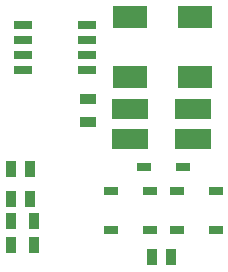
<source format=gtp>
G04*
G04 #@! TF.GenerationSoftware,Altium Limited,Altium Designer,19.1.7 (138)*
G04*
G04 Layer_Color=8421504*
%FSLAX24Y24*%
%MOIN*%
G70*
G01*
G75*
%ADD13R,0.0492X0.0295*%
%ADD14R,0.0378X0.0547*%
%ADD15R,0.1220X0.0689*%
%ADD16R,0.1138X0.0756*%
%ADD17R,0.0551X0.0374*%
%ADD18R,0.0600X0.0256*%
%ADD19R,0.0374X0.0551*%
D13*
X4850Y-9250D02*
D03*
X6150D02*
D03*
Y-10550D02*
D03*
X4850D02*
D03*
X8350D02*
D03*
X7050D02*
D03*
Y-9250D02*
D03*
X8350D02*
D03*
X7250Y-8450D02*
D03*
X5950D02*
D03*
D14*
X6231Y-11450D02*
D03*
X6869D02*
D03*
X1528Y-8500D02*
D03*
X2166D02*
D03*
X1528Y-9500D02*
D03*
X2166D02*
D03*
D15*
X5500Y-6508D02*
D03*
Y-7492D02*
D03*
X7600Y-6508D02*
D03*
Y-7492D02*
D03*
D16*
X5500Y-3446D02*
D03*
Y-5454D02*
D03*
X7650Y-3446D02*
D03*
Y-5454D02*
D03*
D17*
X4100Y-6176D02*
D03*
Y-6924D02*
D03*
D18*
X4068Y-3700D02*
D03*
Y-4200D02*
D03*
Y-4700D02*
D03*
Y-5200D02*
D03*
X1932D02*
D03*
Y-4700D02*
D03*
Y-4200D02*
D03*
Y-3700D02*
D03*
D19*
X2274Y-10250D02*
D03*
X1526D02*
D03*
X2274Y-11050D02*
D03*
X1526D02*
D03*
M02*

</source>
